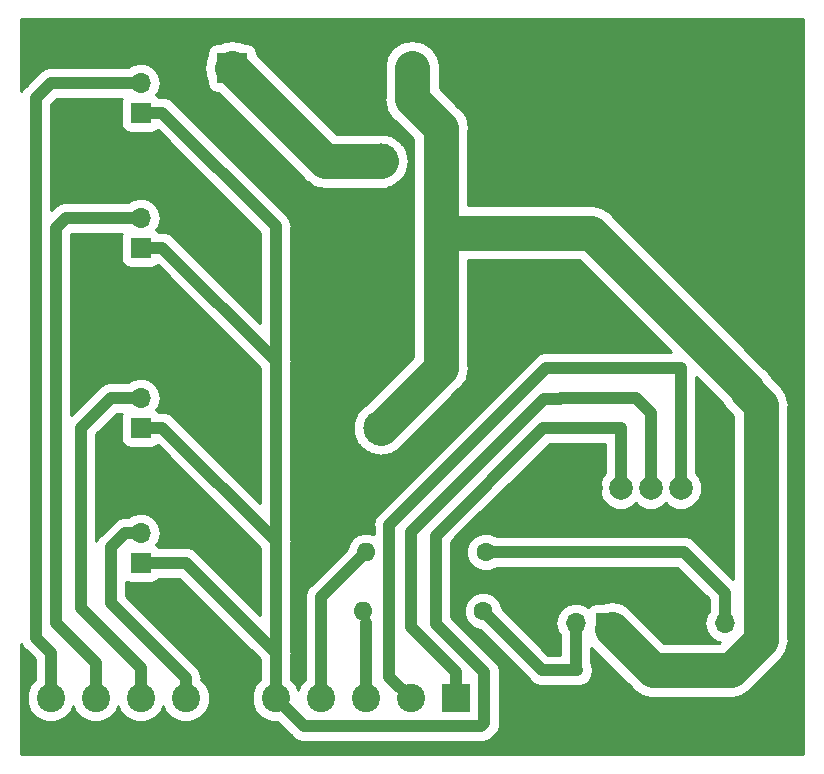
<source format=gbr>
G04 #@! TF.GenerationSoftware,KiCad,Pcbnew,(5.0.1)-4*
G04 #@! TF.CreationDate,2021-02-12T09:32:39+01:00*
G04 #@! TF.ProjectId,R_partiteur,52E97061727469746575722E6B696361,rev?*
G04 #@! TF.SameCoordinates,PX8e18f40PY848f8c0*
G04 #@! TF.FileFunction,Copper,L2,Bot,Signal*
G04 #@! TF.FilePolarity,Positive*
%FSLAX46Y46*%
G04 Gerber Fmt 4.6, Leading zero omitted, Abs format (unit mm)*
G04 Created by KiCad (PCBNEW (5.0.1)-4) date 12/02/2021 09:32:39*
%MOMM*%
%LPD*%
G01*
G04 APERTURE LIST*
G04 #@! TA.AperFunction,ComponentPad*
%ADD10O,1.700000X1.700000*%
G04 #@! TD*
G04 #@! TA.AperFunction,ComponentPad*
%ADD11R,1.700000X1.700000*%
G04 #@! TD*
G04 #@! TA.AperFunction,ComponentPad*
%ADD12R,2.500000X2.500000*%
G04 #@! TD*
G04 #@! TA.AperFunction,ComponentPad*
%ADD13C,2.500000*%
G04 #@! TD*
G04 #@! TA.AperFunction,ComponentPad*
%ADD14R,2.400000X2.400000*%
G04 #@! TD*
G04 #@! TA.AperFunction,ComponentPad*
%ADD15C,2.400000*%
G04 #@! TD*
G04 #@! TA.AperFunction,ComponentPad*
%ADD16C,2.000000*%
G04 #@! TD*
G04 #@! TA.AperFunction,ComponentPad*
%ADD17C,3.000000*%
G04 #@! TD*
G04 #@! TA.AperFunction,ComponentPad*
%ADD18C,1.600000*%
G04 #@! TD*
G04 #@! TA.AperFunction,ComponentPad*
%ADD19O,1.600000X1.600000*%
G04 #@! TD*
G04 #@! TA.AperFunction,ViaPad*
%ADD20C,3.000000*%
G04 #@! TD*
G04 #@! TA.AperFunction,ViaPad*
%ADD21C,4.000000*%
G04 #@! TD*
G04 #@! TA.AperFunction,Conductor*
%ADD22C,3.000000*%
G04 #@! TD*
G04 #@! TA.AperFunction,Conductor*
%ADD23C,1.000000*%
G04 #@! TD*
G04 #@! TA.AperFunction,Conductor*
%ADD24C,2.000000*%
G04 #@! TD*
G04 #@! TA.AperFunction,Conductor*
%ADD25C,0.254000*%
G04 #@! TD*
G04 APERTURE END LIST*
D10*
G04 #@! TO.P,J8,3*
G04 #@! TO.N,GND*
X57920000Y12000000D03*
G04 #@! TO.P,J8,2*
G04 #@! TO.N,Net-(J8-Pad2)*
X60460000Y12000000D03*
D11*
G04 #@! TO.P,J8,1*
G04 #@! TO.N,+12V*
X63000000Y12000000D03*
G04 #@! TD*
D12*
G04 #@! TO.P,J1,1*
G04 #@! TO.N,Net-(F1-Pad2)*
X18760000Y58990000D03*
D13*
G04 #@! TO.P,J1,2*
G04 #@! TO.N,GND*
X23840000Y58990000D03*
G04 #@! TO.P,J1,3*
X28920000Y58990000D03*
G04 #@! TO.P,J1,4*
G04 #@! TO.N,+12V*
X34000000Y58990000D03*
G04 #@! TD*
D14*
G04 #@! TO.P,J2,1*
G04 #@! TO.N,Net-(J2-Pad1)*
X37690000Y5650000D03*
D15*
G04 #@! TO.P,J2,2*
G04 #@! TO.N,Net-(J2-Pad2)*
X33880000Y5650000D03*
G04 #@! TO.P,J2,3*
G04 #@! TO.N,Net-(J2-Pad3)*
X30070000Y5650000D03*
G04 #@! TO.P,J2,4*
G04 #@! TO.N,Net-(J2-Pad4)*
X26260000Y5650000D03*
G04 #@! TO.P,J2,5*
G04 #@! TO.N,+5V*
X22450000Y5650000D03*
G04 #@! TO.P,J2,6*
G04 #@! TO.N,GND*
X18640000Y5650000D03*
G04 #@! TO.P,J2,7*
G04 #@! TO.N,Net-(J2-Pad7)*
X14830000Y5650000D03*
G04 #@! TO.P,J2,8*
G04 #@! TO.N,Net-(J2-Pad8)*
X11020000Y5650000D03*
G04 #@! TO.P,J2,9*
G04 #@! TO.N,Net-(J2-Pad9)*
X7210000Y5650000D03*
G04 #@! TO.P,J2,10*
G04 #@! TO.N,Net-(J2-Pad10)*
X3400000Y5650000D03*
G04 #@! TD*
D11*
G04 #@! TO.P,J3,1*
G04 #@! TO.N,+5V*
X11020000Y17080000D03*
D10*
G04 #@! TO.P,J3,2*
G04 #@! TO.N,Net-(J2-Pad7)*
X11020000Y19620000D03*
G04 #@! TO.P,J3,3*
G04 #@! TO.N,GND*
X11020000Y22160000D03*
G04 #@! TD*
G04 #@! TO.P,J4,3*
G04 #@! TO.N,GND*
X11020000Y33590000D03*
G04 #@! TO.P,J4,2*
G04 #@! TO.N,Net-(J2-Pad8)*
X11020000Y31050000D03*
D11*
G04 #@! TO.P,J4,1*
G04 #@! TO.N,+5V*
X11020000Y28510000D03*
G04 #@! TD*
G04 #@! TO.P,J5,1*
G04 #@! TO.N,+5V*
X11020000Y43750000D03*
D10*
G04 #@! TO.P,J5,2*
G04 #@! TO.N,Net-(J2-Pad9)*
X11020000Y46290000D03*
G04 #@! TO.P,J5,3*
G04 #@! TO.N,GND*
X11020000Y48830000D03*
G04 #@! TD*
G04 #@! TO.P,J6,3*
G04 #@! TO.N,GND*
X11020000Y60260000D03*
G04 #@! TO.P,J6,2*
G04 #@! TO.N,Net-(J2-Pad10)*
X11020000Y57720000D03*
D11*
G04 #@! TO.P,J6,1*
G04 #@! TO.N,+5V*
X11020000Y55180000D03*
G04 #@! TD*
G04 #@! TO.P,J7,1*
G04 #@! TO.N,+12V*
X50390000Y12000000D03*
D10*
G04 #@! TO.P,J7,2*
G04 #@! TO.N,Net-(J7-Pad2)*
X47850000Y12000000D03*
G04 #@! TO.P,J7,3*
G04 #@! TO.N,GND*
X45310000Y12000000D03*
G04 #@! TD*
D16*
G04 #@! TO.P,P1,4*
G04 #@! TO.N,Net-(J2-Pad2)*
X56740000Y23430000D03*
G04 #@! TO.P,P1,3*
G04 #@! TO.N,Net-(J2-Pad1)*
X54200000Y23430000D03*
G04 #@! TO.P,P1,2*
G04 #@! TO.N,+5V*
X51660000Y23430000D03*
G04 #@! TO.P,P1,1*
G04 #@! TO.N,GND*
X49120000Y23430000D03*
G04 #@! TD*
D17*
G04 #@! TO.P,F1,1*
G04 #@! TO.N,+12V*
X31340000Y28510000D03*
G04 #@! TO.P,F1,2*
G04 #@! TO.N,Net-(F1-Pad2)*
X31340000Y51110000D03*
G04 #@! TD*
D18*
G04 #@! TO.P,R1,1*
G04 #@! TO.N,Net-(J7-Pad2)*
X40000000Y13000000D03*
D19*
G04 #@! TO.P,R1,2*
G04 #@! TO.N,Net-(J2-Pad3)*
X29840000Y13000000D03*
G04 #@! TD*
G04 #@! TO.P,R2,2*
G04 #@! TO.N,Net-(J2-Pad4)*
X30070000Y18000000D03*
D18*
G04 #@! TO.P,R2,1*
G04 #@! TO.N,Net-(J8-Pad2)*
X40230000Y18000000D03*
G04 #@! TD*
D20*
G04 #@! TO.N,GND*
X19000000Y33000000D03*
X26000000Y33000000D03*
X15000000Y21000000D03*
X15000000Y13000000D03*
X19000000Y27000000D03*
X16000000Y36000000D03*
X16000000Y45000000D03*
X54000000Y4000000D03*
X54000000Y14000000D03*
X19000000Y18000000D03*
D21*
X9000000Y39000000D03*
X27000000Y23000000D03*
X63000000Y59000000D03*
X43000000Y59000000D03*
G04 #@! TD*
D22*
G04 #@! TO.N,+12V*
X34000000Y58990000D02*
X34000000Y56330000D01*
X34000000Y56330000D02*
X36420000Y53910000D01*
X36420000Y33590000D02*
X31340000Y28510000D01*
X49128390Y45020000D02*
X62330001Y31818389D01*
X36420000Y45020000D02*
X49128390Y45020000D01*
X36420000Y45020000D02*
X36420000Y33590000D01*
X36420000Y53910000D02*
X36420000Y45020000D01*
X62330001Y31818389D02*
X62330001Y31669999D01*
X63510001Y10535999D02*
X60974002Y8000000D01*
X62330001Y31669999D02*
X63510001Y30489999D01*
X63510001Y30489999D02*
X63510001Y10535999D01*
X54390000Y8000000D02*
X50900001Y11489999D01*
X60974002Y8000000D02*
X54390000Y8000000D01*
G04 #@! TO.N,Net-(F1-Pad2)*
X26640000Y51110000D02*
X31340000Y51110000D01*
X18760000Y58990000D02*
X26640000Y51110000D01*
G04 #@! TO.N,GND*
X23992604Y58990000D02*
X23916302Y59066302D01*
X28920000Y58990000D02*
X23992604Y58990000D01*
D23*
X45310000Y12000000D02*
X45310000Y13690000D01*
X47705787Y23430000D02*
X49120000Y23430000D01*
X38000000Y19000000D02*
X42430000Y23430000D01*
X42430000Y23430000D02*
X47705787Y23430000D01*
X38000000Y17269998D02*
X38000000Y19000000D01*
X39269999Y15999999D02*
X38000000Y17269998D01*
X43000001Y15999999D02*
X39269999Y15999999D01*
X45310000Y13690000D02*
X43000001Y15999999D01*
D24*
X52799990Y15200010D02*
X54000000Y14000000D01*
X47276008Y15200010D02*
X52799990Y15200010D01*
X45765998Y13690000D02*
X47276008Y15200010D01*
X45310000Y13690000D02*
X45765998Y13690000D01*
X57419999Y12500001D02*
X57909999Y12010001D01*
X55499999Y12500001D02*
X57419999Y12500001D01*
X54000000Y14000000D02*
X55499999Y12500001D01*
D23*
G04 #@! TO.N,Net-(J2-Pad1)*
X54200000Y29780000D02*
X54200000Y23430000D01*
X37690000Y5650000D02*
X37690000Y7850000D01*
X37690000Y7850000D02*
X33880000Y11660000D01*
X33880000Y11660000D02*
X33880000Y19688354D01*
X46580000Y31050000D02*
X52930000Y31050000D01*
X33880000Y19688354D02*
X45191646Y31000000D01*
X45191646Y31000000D02*
X46530000Y31000000D01*
X52930000Y31050000D02*
X54200000Y29780000D01*
X46530000Y31000000D02*
X46580000Y31050000D01*
G04 #@! TO.N,Net-(J2-Pad2)*
X56740000Y33590000D02*
X56740000Y23430000D01*
X45377469Y33590000D02*
X47000000Y33590000D01*
X32070001Y20282532D02*
X45377469Y33590000D01*
X32070001Y7459999D02*
X32070001Y20282532D01*
X33880000Y5650000D02*
X32070001Y7459999D01*
X46580000Y33590000D02*
X47000000Y33590000D01*
X47000000Y33590000D02*
X56740000Y33590000D01*
G04 #@! TO.N,Net-(J2-Pad3)*
X30070000Y5650000D02*
X30070000Y12000000D01*
G04 #@! TO.N,Net-(J2-Pad4)*
X26260000Y14190000D02*
X26260000Y5650000D01*
X30070000Y18000000D02*
X26260000Y14190000D01*
G04 #@! TO.N,+5V*
X22450000Y5650000D02*
X22450000Y9460000D01*
X14830000Y17080000D02*
X11020000Y17080000D01*
X22450000Y9460000D02*
X14830000Y17080000D01*
X22450000Y18930000D02*
X22450000Y9460000D01*
X12870000Y28510000D02*
X22450000Y18930000D01*
X11020000Y28510000D02*
X12870000Y28510000D01*
X12870000Y43750000D02*
X22450000Y34170000D01*
X11020000Y43750000D02*
X12870000Y43750000D01*
X22450000Y45600000D02*
X22450000Y32320000D01*
X12870000Y55180000D02*
X22450000Y45600000D01*
X11020000Y55180000D02*
X12870000Y55180000D01*
X22450000Y34170000D02*
X22450000Y32320000D01*
X22450000Y32320000D02*
X22450000Y18930000D01*
X39850001Y3249999D02*
X24850001Y3249999D01*
X40090001Y3489999D02*
X39850001Y3249999D01*
X51660000Y23430000D02*
X51660000Y28510000D01*
X51660000Y28510000D02*
X45105823Y28510000D01*
X36000000Y19404177D02*
X36000000Y11944176D01*
X24850001Y3249999D02*
X22450000Y5650000D01*
X36000000Y11944176D02*
X40090001Y7854175D01*
X45105823Y28510000D02*
X36000000Y19404177D01*
X40090001Y7854175D02*
X40090001Y3489999D01*
G04 #@! TO.N,Net-(J2-Pad7)*
X14830000Y7347056D02*
X8480000Y13697056D01*
X14830000Y5650000D02*
X14830000Y7347056D01*
X9699998Y19620000D02*
X11020000Y19620000D01*
X8480000Y18400002D02*
X9699998Y19620000D01*
X8480000Y13697056D02*
X8480000Y18400002D01*
G04 #@! TO.N,Net-(J2-Pad8)*
X8480000Y31050000D02*
X11020000Y31050000D01*
X5940000Y28510000D02*
X8480000Y31050000D01*
X5940000Y13270000D02*
X5940000Y28510000D01*
X11020000Y5650000D02*
X11020000Y8190000D01*
X11020000Y8190000D02*
X5940000Y13270000D01*
G04 #@! TO.N,Net-(J2-Pad9)*
X7210000Y5650000D02*
X7210000Y8620010D01*
X7210000Y8620010D02*
X3830010Y12000000D01*
X3830010Y12000000D02*
X3830010Y45450010D01*
X4670000Y46290000D02*
X11020000Y46290000D01*
X3830010Y45450010D02*
X4670000Y46290000D01*
G04 #@! TO.N,Net-(J2-Pad10)*
X3400000Y5650000D02*
X3400000Y9460000D01*
X3400000Y9460000D02*
X2130000Y10730000D01*
X2130000Y10730000D02*
X2130000Y56450000D01*
X3400000Y57720000D02*
X11020000Y57720000D01*
X2130000Y56450000D02*
X3400000Y57720000D01*
G04 #@! TO.N,Net-(J7-Pad2)*
X40000000Y13000000D02*
X45000000Y8000000D01*
X45000000Y8000000D02*
X48000000Y8000000D01*
X47850000Y8150000D02*
X47850000Y12000000D01*
X48000000Y8000000D02*
X47850000Y8150000D01*
G04 #@! TO.N,Net-(J8-Pad2)*
X40230000Y18000000D02*
X57000000Y18000000D01*
X60460000Y14540000D02*
X60460000Y12000000D01*
X57000000Y18000000D02*
X60460000Y14540000D01*
G04 #@! TD*
D25*
G04 #@! TO.N,GND*
G36*
X67098001Y902000D02*
X902000Y902000D01*
X902000Y10179297D01*
X1173287Y9773288D01*
X1284085Y9699254D01*
X2073001Y8910338D01*
X2073000Y7189610D01*
X1681593Y6798203D01*
X1373000Y6053195D01*
X1373000Y5246805D01*
X1681593Y4501797D01*
X2251797Y3931593D01*
X2996805Y3623000D01*
X3803195Y3623000D01*
X4548203Y3931593D01*
X5118407Y4501797D01*
X5305000Y4952272D01*
X5491593Y4501797D01*
X6061797Y3931593D01*
X6806805Y3623000D01*
X7613195Y3623000D01*
X8358203Y3931593D01*
X8928407Y4501797D01*
X9115000Y4952272D01*
X9301593Y4501797D01*
X9871797Y3931593D01*
X10616805Y3623000D01*
X11423195Y3623000D01*
X12168203Y3931593D01*
X12738407Y4501797D01*
X12925000Y4952272D01*
X13111593Y4501797D01*
X13681797Y3931593D01*
X14426805Y3623000D01*
X15233195Y3623000D01*
X15978203Y3931593D01*
X16548407Y4501797D01*
X16857000Y5246805D01*
X16857000Y6053195D01*
X16548407Y6798203D01*
X16157000Y7189610D01*
X16157000Y7216365D01*
X16182996Y7347057D01*
X16157000Y7477749D01*
X16157000Y7477752D01*
X16080006Y7864826D01*
X15786713Y8303769D01*
X15675915Y8377802D01*
X9807000Y14246716D01*
X9807000Y15477926D01*
X9847321Y15450984D01*
X10170000Y15386799D01*
X11870000Y15386799D01*
X12192679Y15450984D01*
X12466233Y15633767D01*
X12545902Y15753000D01*
X14280340Y15753000D01*
X21123001Y8910338D01*
X21123000Y7189610D01*
X20731593Y6798203D01*
X20423000Y6053195D01*
X20423000Y5246805D01*
X20731593Y4501797D01*
X21301797Y3931593D01*
X22046805Y3623000D01*
X22600340Y3623000D01*
X23819255Y2404084D01*
X23893288Y2293286D01*
X24332231Y1999993D01*
X24719305Y1922999D01*
X24719309Y1922999D01*
X24850001Y1897003D01*
X24980693Y1922999D01*
X39719309Y1922999D01*
X39850001Y1897003D01*
X39980693Y1922999D01*
X39980697Y1922999D01*
X40367771Y1999993D01*
X40806714Y2293286D01*
X40880749Y2404087D01*
X40935913Y2459251D01*
X41046714Y2533286D01*
X41340007Y2972229D01*
X41417001Y3359303D01*
X41417001Y3359307D01*
X41442997Y3489998D01*
X41417001Y3620690D01*
X41417001Y7723483D01*
X41442997Y7854175D01*
X41417001Y7984867D01*
X41417001Y7984871D01*
X41340007Y8371945D01*
X41189588Y8597062D01*
X41120747Y8700090D01*
X41120745Y8700092D01*
X41046713Y8810888D01*
X40935918Y8884919D01*
X37327000Y12493836D01*
X37327000Y18854517D01*
X45655484Y27183000D01*
X50333001Y27183000D01*
X50333000Y24686768D01*
X50111144Y24464912D01*
X49833000Y23793413D01*
X49833000Y23066587D01*
X50111144Y22395088D01*
X50625088Y21881144D01*
X51296587Y21603000D01*
X52023413Y21603000D01*
X52694912Y21881144D01*
X52930000Y22116232D01*
X53165088Y21881144D01*
X53836587Y21603000D01*
X54563413Y21603000D01*
X55234912Y21881144D01*
X55470000Y22116232D01*
X55705088Y21881144D01*
X56376587Y21603000D01*
X57103413Y21603000D01*
X57774912Y21881144D01*
X58288856Y22395088D01*
X58567000Y23066587D01*
X58567000Y23793413D01*
X58288856Y24464912D01*
X58067000Y24686768D01*
X58067000Y32790515D01*
X60223697Y30633818D01*
X60652328Y29992326D01*
X60846624Y29862502D01*
X61183001Y29526125D01*
X61183002Y15693659D01*
X58030748Y18845912D01*
X57956713Y18956713D01*
X57517770Y19250006D01*
X57130696Y19327000D01*
X57130692Y19327000D01*
X57000000Y19352996D01*
X56869308Y19327000D01*
X41203926Y19327000D01*
X41151622Y19379304D01*
X40553630Y19627000D01*
X39906370Y19627000D01*
X39308378Y19379304D01*
X38850696Y18921622D01*
X38603000Y18323630D01*
X38603000Y17676370D01*
X38850696Y17078378D01*
X39308378Y16620696D01*
X39906370Y16373000D01*
X40553630Y16373000D01*
X41151622Y16620696D01*
X41203926Y16673000D01*
X56450340Y16673000D01*
X59133000Y13990339D01*
X59133001Y13032524D01*
X58880301Y12654333D01*
X58750146Y12000000D01*
X58880301Y11345667D01*
X59250951Y10790951D01*
X59805667Y10420301D01*
X60054027Y10370899D01*
X60010128Y10327000D01*
X55353875Y10327000D01*
X52383379Y13297495D01*
X51807950Y13681984D01*
X50900001Y13862586D01*
X50048444Y13693201D01*
X49540000Y13693201D01*
X49217321Y13629016D01*
X48943767Y13446233D01*
X48869785Y13335511D01*
X48504333Y13579699D01*
X48015168Y13677000D01*
X47684832Y13677000D01*
X47195667Y13579699D01*
X46640951Y13209049D01*
X46270301Y12654333D01*
X46140146Y12000000D01*
X46270301Y11345667D01*
X46523001Y10967476D01*
X46523000Y9327000D01*
X45549661Y9327000D01*
X41627000Y13249660D01*
X41627000Y13323630D01*
X41379304Y13921622D01*
X40921622Y14379304D01*
X40323630Y14627000D01*
X39676370Y14627000D01*
X39078378Y14379304D01*
X38620696Y13921622D01*
X38373000Y13323630D01*
X38373000Y12676370D01*
X38620696Y12078378D01*
X39078378Y11620696D01*
X39676370Y11373000D01*
X39750340Y11373000D01*
X43969254Y7154085D01*
X44043287Y7043287D01*
X44482230Y6749994D01*
X44869304Y6673000D01*
X44869308Y6673000D01*
X45000000Y6647004D01*
X45130692Y6673000D01*
X47869308Y6673000D01*
X47999999Y6647004D01*
X48130691Y6673000D01*
X48130696Y6673000D01*
X48517770Y6749994D01*
X48956713Y7043287D01*
X49250006Y7482230D01*
X49352997Y8000000D01*
X49250006Y8517770D01*
X49177000Y8627031D01*
X49177000Y9922126D01*
X52582504Y6516621D01*
X52712327Y6322327D01*
X53482050Y5808015D01*
X54160814Y5673000D01*
X54160818Y5673000D01*
X54390000Y5627413D01*
X54619182Y5673000D01*
X60744820Y5673000D01*
X60974002Y5627413D01*
X61203184Y5673000D01*
X61203188Y5673000D01*
X61881952Y5808015D01*
X62651675Y6322327D01*
X62781500Y6516624D01*
X64993380Y8728503D01*
X65187674Y8858326D01*
X65701986Y9628049D01*
X65837001Y10306813D01*
X65837001Y10306818D01*
X65882588Y10535998D01*
X65837001Y10765179D01*
X65837001Y30260818D01*
X65882588Y30490000D01*
X65837001Y30719184D01*
X65837001Y30719185D01*
X65701986Y31397949D01*
X65187674Y32167672D01*
X64993378Y32297496D01*
X64436307Y32854567D01*
X64007674Y33496062D01*
X63813380Y33625884D01*
X50935888Y46503376D01*
X50806063Y46697673D01*
X50036340Y47211985D01*
X49357576Y47347000D01*
X49357572Y47347000D01*
X49128390Y47392587D01*
X48899208Y47347000D01*
X38747000Y47347000D01*
X38747000Y53680815D01*
X38792588Y53910000D01*
X38611985Y54817950D01*
X38227496Y55393379D01*
X38097673Y55587673D01*
X37903379Y55717496D01*
X36327000Y57293874D01*
X36327000Y59219186D01*
X36191985Y59897950D01*
X35677673Y60667673D01*
X34907949Y61181985D01*
X34000000Y61362588D01*
X33092050Y61181985D01*
X32322327Y60667673D01*
X31808015Y59897949D01*
X31673000Y59219185D01*
X31673000Y56559182D01*
X31627413Y56330000D01*
X31673000Y56100818D01*
X31673000Y56100814D01*
X31808015Y55422050D01*
X32322328Y54652327D01*
X32516622Y54522504D01*
X34093000Y52946125D01*
X34093001Y45249190D01*
X34047412Y45020000D01*
X34093000Y44790814D01*
X34093001Y34553876D01*
X30021863Y30482737D01*
X30021860Y30482736D01*
X29367264Y29828140D01*
X29277835Y29612238D01*
X29148015Y29417949D01*
X29102428Y29188768D01*
X29013000Y28972869D01*
X29013000Y28739182D01*
X28967413Y28510000D01*
X29013000Y28280818D01*
X29013000Y28047131D01*
X29102428Y27831232D01*
X29148015Y27602051D01*
X29277835Y27407761D01*
X29367264Y27191860D01*
X29532507Y27026617D01*
X29662327Y26832327D01*
X29856617Y26702507D01*
X30021860Y26537264D01*
X30237761Y26447835D01*
X30432051Y26318015D01*
X30661232Y26272428D01*
X30877131Y26183000D01*
X31110818Y26183000D01*
X31340000Y26137413D01*
X31569182Y26183000D01*
X31802869Y26183000D01*
X32018768Y26272428D01*
X32247949Y26318015D01*
X32442238Y26447835D01*
X32658140Y26537264D01*
X33312736Y27191860D01*
X33312737Y27191863D01*
X37903379Y31782504D01*
X38097673Y31912327D01*
X38611985Y32682050D01*
X38747000Y33360814D01*
X38747000Y33360818D01*
X38792587Y33590000D01*
X38747000Y33819182D01*
X38747000Y42693000D01*
X48164516Y42693000D01*
X55940515Y34917000D01*
X45508161Y34917000D01*
X45377469Y34942996D01*
X45246777Y34917000D01*
X45246773Y34917000D01*
X44859699Y34840006D01*
X44420756Y34546713D01*
X44346723Y34435915D01*
X31224087Y21313278D01*
X31113289Y21239245D01*
X31039256Y21128447D01*
X31039255Y21128446D01*
X30819995Y20800301D01*
X30717005Y20282532D01*
X30743002Y20151836D01*
X30743002Y19507090D01*
X30704824Y19532600D01*
X30230242Y19627000D01*
X29909758Y19627000D01*
X29435176Y19532600D01*
X28896999Y19173001D01*
X28537400Y18634824D01*
X28465203Y18271864D01*
X25414086Y15220746D01*
X25303287Y15146712D01*
X25009994Y14707769D01*
X24933000Y14320695D01*
X24933000Y14320692D01*
X24907004Y14190000D01*
X24933000Y14059308D01*
X24933001Y7189611D01*
X24541593Y6798203D01*
X24355000Y6347728D01*
X24168407Y6798203D01*
X23777000Y7189610D01*
X23777000Y9329309D01*
X23802996Y9460001D01*
X23777000Y9590693D01*
X23777000Y18799308D01*
X23802996Y18930000D01*
X23777000Y19060692D01*
X23777000Y34039308D01*
X23802996Y34170000D01*
X23777000Y34300692D01*
X23777000Y45469308D01*
X23802996Y45600000D01*
X23777000Y45730692D01*
X23777000Y45730696D01*
X23700006Y46117770D01*
X23506933Y46406723D01*
X23480746Y46445915D01*
X23480744Y46445917D01*
X23406712Y46556713D01*
X23295917Y46630744D01*
X13900748Y56025912D01*
X13826713Y56136713D01*
X13387770Y56430006D01*
X13000696Y56507000D01*
X13000692Y56507000D01*
X12870000Y56532996D01*
X12739308Y56507000D01*
X12545902Y56507000D01*
X12466233Y56626233D01*
X12355511Y56700215D01*
X12599699Y57065667D01*
X12729854Y57720000D01*
X12599699Y58374333D01*
X12229049Y58929049D01*
X12137830Y58990000D01*
X16387413Y58990000D01*
X16568015Y58082051D01*
X16666799Y57934210D01*
X16666799Y57740000D01*
X16730984Y57417321D01*
X16913767Y57143767D01*
X17187321Y56960984D01*
X17510000Y56896799D01*
X17562327Y56896799D01*
X24832504Y49626621D01*
X24962327Y49432327D01*
X25156621Y49302504D01*
X25732050Y48918015D01*
X26640000Y48737412D01*
X26869185Y48783000D01*
X31802869Y48783000D01*
X32018766Y48872427D01*
X32247950Y48918015D01*
X32442241Y49047836D01*
X32658140Y49137264D01*
X32823382Y49302506D01*
X33017673Y49432327D01*
X33147494Y49626618D01*
X33312736Y49791860D01*
X33402164Y50007759D01*
X33531985Y50202050D01*
X33577573Y50431234D01*
X33667000Y50647131D01*
X33667000Y50880814D01*
X33712588Y51110000D01*
X33667000Y51339186D01*
X33667000Y51572869D01*
X33577573Y51788766D01*
X33531985Y52017950D01*
X33402164Y52212241D01*
X33312736Y52428140D01*
X33147494Y52593382D01*
X33017673Y52787673D01*
X32823382Y52917494D01*
X32658140Y53082736D01*
X32442241Y53172164D01*
X32247950Y53301985D01*
X32018766Y53347573D01*
X31802869Y53437000D01*
X27603875Y53437000D01*
X20853201Y60187673D01*
X20853201Y60240000D01*
X20789016Y60562679D01*
X20606233Y60836233D01*
X20332679Y61019016D01*
X20010000Y61083201D01*
X19815790Y61083201D01*
X19667949Y61181985D01*
X18760000Y61362587D01*
X17852051Y61181985D01*
X17704210Y61083201D01*
X17510000Y61083201D01*
X17187321Y61019016D01*
X16913767Y60836233D01*
X16730984Y60562679D01*
X16666799Y60240000D01*
X16666799Y60045790D01*
X16568015Y59897949D01*
X16387413Y58990000D01*
X12137830Y58990000D01*
X11674333Y59299699D01*
X11185168Y59397000D01*
X10854832Y59397000D01*
X10365667Y59299699D01*
X9987477Y59047000D01*
X3530691Y59047000D01*
X3399999Y59072996D01*
X3269307Y59047000D01*
X3269304Y59047000D01*
X2882230Y58970006D01*
X2443287Y58676713D01*
X2369254Y58565915D01*
X1284086Y57480746D01*
X1173288Y57406713D01*
X1099255Y57295915D01*
X1099254Y57295914D01*
X902000Y57000703D01*
X902000Y63098000D01*
X67098000Y63098000D01*
X67098001Y902000D01*
X67098001Y902000D01*
G37*
X67098001Y902000D02*
X902000Y902000D01*
X902000Y10179297D01*
X1173287Y9773288D01*
X1284085Y9699254D01*
X2073001Y8910338D01*
X2073000Y7189610D01*
X1681593Y6798203D01*
X1373000Y6053195D01*
X1373000Y5246805D01*
X1681593Y4501797D01*
X2251797Y3931593D01*
X2996805Y3623000D01*
X3803195Y3623000D01*
X4548203Y3931593D01*
X5118407Y4501797D01*
X5305000Y4952272D01*
X5491593Y4501797D01*
X6061797Y3931593D01*
X6806805Y3623000D01*
X7613195Y3623000D01*
X8358203Y3931593D01*
X8928407Y4501797D01*
X9115000Y4952272D01*
X9301593Y4501797D01*
X9871797Y3931593D01*
X10616805Y3623000D01*
X11423195Y3623000D01*
X12168203Y3931593D01*
X12738407Y4501797D01*
X12925000Y4952272D01*
X13111593Y4501797D01*
X13681797Y3931593D01*
X14426805Y3623000D01*
X15233195Y3623000D01*
X15978203Y3931593D01*
X16548407Y4501797D01*
X16857000Y5246805D01*
X16857000Y6053195D01*
X16548407Y6798203D01*
X16157000Y7189610D01*
X16157000Y7216365D01*
X16182996Y7347057D01*
X16157000Y7477749D01*
X16157000Y7477752D01*
X16080006Y7864826D01*
X15786713Y8303769D01*
X15675915Y8377802D01*
X9807000Y14246716D01*
X9807000Y15477926D01*
X9847321Y15450984D01*
X10170000Y15386799D01*
X11870000Y15386799D01*
X12192679Y15450984D01*
X12466233Y15633767D01*
X12545902Y15753000D01*
X14280340Y15753000D01*
X21123001Y8910338D01*
X21123000Y7189610D01*
X20731593Y6798203D01*
X20423000Y6053195D01*
X20423000Y5246805D01*
X20731593Y4501797D01*
X21301797Y3931593D01*
X22046805Y3623000D01*
X22600340Y3623000D01*
X23819255Y2404084D01*
X23893288Y2293286D01*
X24332231Y1999993D01*
X24719305Y1922999D01*
X24719309Y1922999D01*
X24850001Y1897003D01*
X24980693Y1922999D01*
X39719309Y1922999D01*
X39850001Y1897003D01*
X39980693Y1922999D01*
X39980697Y1922999D01*
X40367771Y1999993D01*
X40806714Y2293286D01*
X40880749Y2404087D01*
X40935913Y2459251D01*
X41046714Y2533286D01*
X41340007Y2972229D01*
X41417001Y3359303D01*
X41417001Y3359307D01*
X41442997Y3489998D01*
X41417001Y3620690D01*
X41417001Y7723483D01*
X41442997Y7854175D01*
X41417001Y7984867D01*
X41417001Y7984871D01*
X41340007Y8371945D01*
X41189588Y8597062D01*
X41120747Y8700090D01*
X41120745Y8700092D01*
X41046713Y8810888D01*
X40935918Y8884919D01*
X37327000Y12493836D01*
X37327000Y18854517D01*
X45655484Y27183000D01*
X50333001Y27183000D01*
X50333000Y24686768D01*
X50111144Y24464912D01*
X49833000Y23793413D01*
X49833000Y23066587D01*
X50111144Y22395088D01*
X50625088Y21881144D01*
X51296587Y21603000D01*
X52023413Y21603000D01*
X52694912Y21881144D01*
X52930000Y22116232D01*
X53165088Y21881144D01*
X53836587Y21603000D01*
X54563413Y21603000D01*
X55234912Y21881144D01*
X55470000Y22116232D01*
X55705088Y21881144D01*
X56376587Y21603000D01*
X57103413Y21603000D01*
X57774912Y21881144D01*
X58288856Y22395088D01*
X58567000Y23066587D01*
X58567000Y23793413D01*
X58288856Y24464912D01*
X58067000Y24686768D01*
X58067000Y32790515D01*
X60223697Y30633818D01*
X60652328Y29992326D01*
X60846624Y29862502D01*
X61183001Y29526125D01*
X61183002Y15693659D01*
X58030748Y18845912D01*
X57956713Y18956713D01*
X57517770Y19250006D01*
X57130696Y19327000D01*
X57130692Y19327000D01*
X57000000Y19352996D01*
X56869308Y19327000D01*
X41203926Y19327000D01*
X41151622Y19379304D01*
X40553630Y19627000D01*
X39906370Y19627000D01*
X39308378Y19379304D01*
X38850696Y18921622D01*
X38603000Y18323630D01*
X38603000Y17676370D01*
X38850696Y17078378D01*
X39308378Y16620696D01*
X39906370Y16373000D01*
X40553630Y16373000D01*
X41151622Y16620696D01*
X41203926Y16673000D01*
X56450340Y16673000D01*
X59133000Y13990339D01*
X59133001Y13032524D01*
X58880301Y12654333D01*
X58750146Y12000000D01*
X58880301Y11345667D01*
X59250951Y10790951D01*
X59805667Y10420301D01*
X60054027Y10370899D01*
X60010128Y10327000D01*
X55353875Y10327000D01*
X52383379Y13297495D01*
X51807950Y13681984D01*
X50900001Y13862586D01*
X50048444Y13693201D01*
X49540000Y13693201D01*
X49217321Y13629016D01*
X48943767Y13446233D01*
X48869785Y13335511D01*
X48504333Y13579699D01*
X48015168Y13677000D01*
X47684832Y13677000D01*
X47195667Y13579699D01*
X46640951Y13209049D01*
X46270301Y12654333D01*
X46140146Y12000000D01*
X46270301Y11345667D01*
X46523001Y10967476D01*
X46523000Y9327000D01*
X45549661Y9327000D01*
X41627000Y13249660D01*
X41627000Y13323630D01*
X41379304Y13921622D01*
X40921622Y14379304D01*
X40323630Y14627000D01*
X39676370Y14627000D01*
X39078378Y14379304D01*
X38620696Y13921622D01*
X38373000Y13323630D01*
X38373000Y12676370D01*
X38620696Y12078378D01*
X39078378Y11620696D01*
X39676370Y11373000D01*
X39750340Y11373000D01*
X43969254Y7154085D01*
X44043287Y7043287D01*
X44482230Y6749994D01*
X44869304Y6673000D01*
X44869308Y6673000D01*
X45000000Y6647004D01*
X45130692Y6673000D01*
X47869308Y6673000D01*
X47999999Y6647004D01*
X48130691Y6673000D01*
X48130696Y6673000D01*
X48517770Y6749994D01*
X48956713Y7043287D01*
X49250006Y7482230D01*
X49352997Y8000000D01*
X49250006Y8517770D01*
X49177000Y8627031D01*
X49177000Y9922126D01*
X52582504Y6516621D01*
X52712327Y6322327D01*
X53482050Y5808015D01*
X54160814Y5673000D01*
X54160818Y5673000D01*
X54390000Y5627413D01*
X54619182Y5673000D01*
X60744820Y5673000D01*
X60974002Y5627413D01*
X61203184Y5673000D01*
X61203188Y5673000D01*
X61881952Y5808015D01*
X62651675Y6322327D01*
X62781500Y6516624D01*
X64993380Y8728503D01*
X65187674Y8858326D01*
X65701986Y9628049D01*
X65837001Y10306813D01*
X65837001Y10306818D01*
X65882588Y10535998D01*
X65837001Y10765179D01*
X65837001Y30260818D01*
X65882588Y30490000D01*
X65837001Y30719184D01*
X65837001Y30719185D01*
X65701986Y31397949D01*
X65187674Y32167672D01*
X64993378Y32297496D01*
X64436307Y32854567D01*
X64007674Y33496062D01*
X63813380Y33625884D01*
X50935888Y46503376D01*
X50806063Y46697673D01*
X50036340Y47211985D01*
X49357576Y47347000D01*
X49357572Y47347000D01*
X49128390Y47392587D01*
X48899208Y47347000D01*
X38747000Y47347000D01*
X38747000Y53680815D01*
X38792588Y53910000D01*
X38611985Y54817950D01*
X38227496Y55393379D01*
X38097673Y55587673D01*
X37903379Y55717496D01*
X36327000Y57293874D01*
X36327000Y59219186D01*
X36191985Y59897950D01*
X35677673Y60667673D01*
X34907949Y61181985D01*
X34000000Y61362588D01*
X33092050Y61181985D01*
X32322327Y60667673D01*
X31808015Y59897949D01*
X31673000Y59219185D01*
X31673000Y56559182D01*
X31627413Y56330000D01*
X31673000Y56100818D01*
X31673000Y56100814D01*
X31808015Y55422050D01*
X32322328Y54652327D01*
X32516622Y54522504D01*
X34093000Y52946125D01*
X34093001Y45249190D01*
X34047412Y45020000D01*
X34093000Y44790814D01*
X34093001Y34553876D01*
X30021863Y30482737D01*
X30021860Y30482736D01*
X29367264Y29828140D01*
X29277835Y29612238D01*
X29148015Y29417949D01*
X29102428Y29188768D01*
X29013000Y28972869D01*
X29013000Y28739182D01*
X28967413Y28510000D01*
X29013000Y28280818D01*
X29013000Y28047131D01*
X29102428Y27831232D01*
X29148015Y27602051D01*
X29277835Y27407761D01*
X29367264Y27191860D01*
X29532507Y27026617D01*
X29662327Y26832327D01*
X29856617Y26702507D01*
X30021860Y26537264D01*
X30237761Y26447835D01*
X30432051Y26318015D01*
X30661232Y26272428D01*
X30877131Y26183000D01*
X31110818Y26183000D01*
X31340000Y26137413D01*
X31569182Y26183000D01*
X31802869Y26183000D01*
X32018768Y26272428D01*
X32247949Y26318015D01*
X32442238Y26447835D01*
X32658140Y26537264D01*
X33312736Y27191860D01*
X33312737Y27191863D01*
X37903379Y31782504D01*
X38097673Y31912327D01*
X38611985Y32682050D01*
X38747000Y33360814D01*
X38747000Y33360818D01*
X38792587Y33590000D01*
X38747000Y33819182D01*
X38747000Y42693000D01*
X48164516Y42693000D01*
X55940515Y34917000D01*
X45508161Y34917000D01*
X45377469Y34942996D01*
X45246777Y34917000D01*
X45246773Y34917000D01*
X44859699Y34840006D01*
X44420756Y34546713D01*
X44346723Y34435915D01*
X31224087Y21313278D01*
X31113289Y21239245D01*
X31039256Y21128447D01*
X31039255Y21128446D01*
X30819995Y20800301D01*
X30717005Y20282532D01*
X30743002Y20151836D01*
X30743002Y19507090D01*
X30704824Y19532600D01*
X30230242Y19627000D01*
X29909758Y19627000D01*
X29435176Y19532600D01*
X28896999Y19173001D01*
X28537400Y18634824D01*
X28465203Y18271864D01*
X25414086Y15220746D01*
X25303287Y15146712D01*
X25009994Y14707769D01*
X24933000Y14320695D01*
X24933000Y14320692D01*
X24907004Y14190000D01*
X24933000Y14059308D01*
X24933001Y7189611D01*
X24541593Y6798203D01*
X24355000Y6347728D01*
X24168407Y6798203D01*
X23777000Y7189610D01*
X23777000Y9329309D01*
X23802996Y9460001D01*
X23777000Y9590693D01*
X23777000Y18799308D01*
X23802996Y18930000D01*
X23777000Y19060692D01*
X23777000Y34039308D01*
X23802996Y34170000D01*
X23777000Y34300692D01*
X23777000Y45469308D01*
X23802996Y45600000D01*
X23777000Y45730692D01*
X23777000Y45730696D01*
X23700006Y46117770D01*
X23506933Y46406723D01*
X23480746Y46445915D01*
X23480744Y46445917D01*
X23406712Y46556713D01*
X23295917Y46630744D01*
X13900748Y56025912D01*
X13826713Y56136713D01*
X13387770Y56430006D01*
X13000696Y56507000D01*
X13000692Y56507000D01*
X12870000Y56532996D01*
X12739308Y56507000D01*
X12545902Y56507000D01*
X12466233Y56626233D01*
X12355511Y56700215D01*
X12599699Y57065667D01*
X12729854Y57720000D01*
X12599699Y58374333D01*
X12229049Y58929049D01*
X12137830Y58990000D01*
X16387413Y58990000D01*
X16568015Y58082051D01*
X16666799Y57934210D01*
X16666799Y57740000D01*
X16730984Y57417321D01*
X16913767Y57143767D01*
X17187321Y56960984D01*
X17510000Y56896799D01*
X17562327Y56896799D01*
X24832504Y49626621D01*
X24962327Y49432327D01*
X25156621Y49302504D01*
X25732050Y48918015D01*
X26640000Y48737412D01*
X26869185Y48783000D01*
X31802869Y48783000D01*
X32018766Y48872427D01*
X32247950Y48918015D01*
X32442241Y49047836D01*
X32658140Y49137264D01*
X32823382Y49302506D01*
X33017673Y49432327D01*
X33147494Y49626618D01*
X33312736Y49791860D01*
X33402164Y50007759D01*
X33531985Y50202050D01*
X33577573Y50431234D01*
X33667000Y50647131D01*
X33667000Y50880814D01*
X33712588Y51110000D01*
X33667000Y51339186D01*
X33667000Y51572869D01*
X33577573Y51788766D01*
X33531985Y52017950D01*
X33402164Y52212241D01*
X33312736Y52428140D01*
X33147494Y52593382D01*
X33017673Y52787673D01*
X32823382Y52917494D01*
X32658140Y53082736D01*
X32442241Y53172164D01*
X32247950Y53301985D01*
X32018766Y53347573D01*
X31802869Y53437000D01*
X27603875Y53437000D01*
X20853201Y60187673D01*
X20853201Y60240000D01*
X20789016Y60562679D01*
X20606233Y60836233D01*
X20332679Y61019016D01*
X20010000Y61083201D01*
X19815790Y61083201D01*
X19667949Y61181985D01*
X18760000Y61362587D01*
X17852051Y61181985D01*
X17704210Y61083201D01*
X17510000Y61083201D01*
X17187321Y61019016D01*
X16913767Y60836233D01*
X16730984Y60562679D01*
X16666799Y60240000D01*
X16666799Y60045790D01*
X16568015Y59897949D01*
X16387413Y58990000D01*
X12137830Y58990000D01*
X11674333Y59299699D01*
X11185168Y59397000D01*
X10854832Y59397000D01*
X10365667Y59299699D01*
X9987477Y59047000D01*
X3530691Y59047000D01*
X3399999Y59072996D01*
X3269307Y59047000D01*
X3269304Y59047000D01*
X2882230Y58970006D01*
X2443287Y58676713D01*
X2369254Y58565915D01*
X1284086Y57480746D01*
X1173288Y57406713D01*
X1099255Y57295915D01*
X1099254Y57295914D01*
X902000Y57000703D01*
X902000Y63098000D01*
X67098000Y63098000D01*
X67098001Y902000D01*
G36*
X9390984Y29682679D02*
X9326799Y29360000D01*
X9326799Y27660000D01*
X9390984Y27337321D01*
X9573767Y27063767D01*
X9847321Y26880984D01*
X10170000Y26816799D01*
X11870000Y26816799D01*
X12192679Y26880984D01*
X12450251Y27053088D01*
X21123000Y18380339D01*
X21123001Y12663660D01*
X15860748Y17925912D01*
X15786713Y18036713D01*
X15347770Y18330006D01*
X14960696Y18407000D01*
X14960692Y18407000D01*
X14830000Y18432996D01*
X14699308Y18407000D01*
X12545902Y18407000D01*
X12466233Y18526233D01*
X12355511Y18600215D01*
X12599699Y18965667D01*
X12729854Y19620000D01*
X12599699Y20274333D01*
X12229049Y20829049D01*
X11674333Y21199699D01*
X11185168Y21297000D01*
X10854832Y21297000D01*
X10365667Y21199699D01*
X9987477Y20947000D01*
X9830690Y20947000D01*
X9699998Y20972996D01*
X9569306Y20947000D01*
X9569302Y20947000D01*
X9182228Y20870006D01*
X8743285Y20576713D01*
X8669252Y20465915D01*
X7634086Y19430748D01*
X7523288Y19356715D01*
X7449255Y19245917D01*
X7449254Y19245916D01*
X7267000Y18973154D01*
X7267000Y27960340D01*
X9029661Y29723000D01*
X9417926Y29723000D01*
X9390984Y29682679D01*
X9390984Y29682679D01*
G37*
X9390984Y29682679D02*
X9326799Y29360000D01*
X9326799Y27660000D01*
X9390984Y27337321D01*
X9573767Y27063767D01*
X9847321Y26880984D01*
X10170000Y26816799D01*
X11870000Y26816799D01*
X12192679Y26880984D01*
X12450251Y27053088D01*
X21123000Y18380339D01*
X21123001Y12663660D01*
X15860748Y17925912D01*
X15786713Y18036713D01*
X15347770Y18330006D01*
X14960696Y18407000D01*
X14960692Y18407000D01*
X14830000Y18432996D01*
X14699308Y18407000D01*
X12545902Y18407000D01*
X12466233Y18526233D01*
X12355511Y18600215D01*
X12599699Y18965667D01*
X12729854Y19620000D01*
X12599699Y20274333D01*
X12229049Y20829049D01*
X11674333Y21199699D01*
X11185168Y21297000D01*
X10854832Y21297000D01*
X10365667Y21199699D01*
X9987477Y20947000D01*
X9830690Y20947000D01*
X9699998Y20972996D01*
X9569306Y20947000D01*
X9569302Y20947000D01*
X9182228Y20870006D01*
X8743285Y20576713D01*
X8669252Y20465915D01*
X7634086Y19430748D01*
X7523288Y19356715D01*
X7449255Y19245917D01*
X7449254Y19245916D01*
X7267000Y18973154D01*
X7267000Y27960340D01*
X9029661Y29723000D01*
X9417926Y29723000D01*
X9390984Y29682679D01*
G36*
X9390984Y44922679D02*
X9326799Y44600000D01*
X9326799Y42900000D01*
X9390984Y42577321D01*
X9573767Y42303767D01*
X9847321Y42120984D01*
X10170000Y42056799D01*
X11870000Y42056799D01*
X12192679Y42120984D01*
X12450251Y42293088D01*
X21123000Y33620339D01*
X21123001Y32450699D01*
X21123000Y32450695D01*
X21123001Y22133660D01*
X13900748Y29355912D01*
X13826713Y29466713D01*
X13387770Y29760006D01*
X13000696Y29837000D01*
X13000692Y29837000D01*
X12870000Y29862996D01*
X12739308Y29837000D01*
X12545902Y29837000D01*
X12466233Y29956233D01*
X12355511Y30030215D01*
X12599699Y30395667D01*
X12729854Y31050000D01*
X12599699Y31704333D01*
X12229049Y32259049D01*
X11674333Y32629699D01*
X11185168Y32727000D01*
X10854832Y32727000D01*
X10365667Y32629699D01*
X9987477Y32377000D01*
X8610691Y32377000D01*
X8479999Y32402996D01*
X8349307Y32377000D01*
X8349304Y32377000D01*
X7962230Y32300006D01*
X7523287Y32006713D01*
X7449254Y31895915D01*
X5157010Y29603670D01*
X5157010Y44900350D01*
X5219660Y44963000D01*
X9417926Y44963000D01*
X9390984Y44922679D01*
X9390984Y44922679D01*
G37*
X9390984Y44922679D02*
X9326799Y44600000D01*
X9326799Y42900000D01*
X9390984Y42577321D01*
X9573767Y42303767D01*
X9847321Y42120984D01*
X10170000Y42056799D01*
X11870000Y42056799D01*
X12192679Y42120984D01*
X12450251Y42293088D01*
X21123000Y33620339D01*
X21123001Y32450699D01*
X21123000Y32450695D01*
X21123001Y22133660D01*
X13900748Y29355912D01*
X13826713Y29466713D01*
X13387770Y29760006D01*
X13000696Y29837000D01*
X13000692Y29837000D01*
X12870000Y29862996D01*
X12739308Y29837000D01*
X12545902Y29837000D01*
X12466233Y29956233D01*
X12355511Y30030215D01*
X12599699Y30395667D01*
X12729854Y31050000D01*
X12599699Y31704333D01*
X12229049Y32259049D01*
X11674333Y32629699D01*
X11185168Y32727000D01*
X10854832Y32727000D01*
X10365667Y32629699D01*
X9987477Y32377000D01*
X8610691Y32377000D01*
X8479999Y32402996D01*
X8349307Y32377000D01*
X8349304Y32377000D01*
X7962230Y32300006D01*
X7523287Y32006713D01*
X7449254Y31895915D01*
X5157010Y29603670D01*
X5157010Y44900350D01*
X5219660Y44963000D01*
X9417926Y44963000D01*
X9390984Y44922679D01*
G36*
X9390984Y56352679D02*
X9326799Y56030000D01*
X9326799Y54330000D01*
X9390984Y54007321D01*
X9573767Y53733767D01*
X9847321Y53550984D01*
X10170000Y53486799D01*
X11870000Y53486799D01*
X12192679Y53550984D01*
X12450251Y53723088D01*
X21123000Y45050339D01*
X21123001Y37373660D01*
X13900748Y44595912D01*
X13826713Y44706713D01*
X13387770Y45000006D01*
X13000696Y45077000D01*
X13000692Y45077000D01*
X12870000Y45102996D01*
X12739308Y45077000D01*
X12545902Y45077000D01*
X12466233Y45196233D01*
X12355511Y45270215D01*
X12599699Y45635667D01*
X12729854Y46290000D01*
X12599699Y46944333D01*
X12229049Y47499049D01*
X11674333Y47869699D01*
X11185168Y47967000D01*
X10854832Y47967000D01*
X10365667Y47869699D01*
X9987477Y47617000D01*
X4800691Y47617000D01*
X4669999Y47642996D01*
X4539307Y47617000D01*
X4539304Y47617000D01*
X4152230Y47540006D01*
X3713287Y47246713D01*
X3639252Y47135912D01*
X3457000Y46953660D01*
X3457000Y55900340D01*
X3949661Y56393000D01*
X9417926Y56393000D01*
X9390984Y56352679D01*
X9390984Y56352679D01*
G37*
X9390984Y56352679D02*
X9326799Y56030000D01*
X9326799Y54330000D01*
X9390984Y54007321D01*
X9573767Y53733767D01*
X9847321Y53550984D01*
X10170000Y53486799D01*
X11870000Y53486799D01*
X12192679Y53550984D01*
X12450251Y53723088D01*
X21123000Y45050339D01*
X21123001Y37373660D01*
X13900748Y44595912D01*
X13826713Y44706713D01*
X13387770Y45000006D01*
X13000696Y45077000D01*
X13000692Y45077000D01*
X12870000Y45102996D01*
X12739308Y45077000D01*
X12545902Y45077000D01*
X12466233Y45196233D01*
X12355511Y45270215D01*
X12599699Y45635667D01*
X12729854Y46290000D01*
X12599699Y46944333D01*
X12229049Y47499049D01*
X11674333Y47869699D01*
X11185168Y47967000D01*
X10854832Y47967000D01*
X10365667Y47869699D01*
X9987477Y47617000D01*
X4800691Y47617000D01*
X4669999Y47642996D01*
X4539307Y47617000D01*
X4539304Y47617000D01*
X4152230Y47540006D01*
X3713287Y47246713D01*
X3639252Y47135912D01*
X3457000Y46953660D01*
X3457000Y55900340D01*
X3949661Y56393000D01*
X9417926Y56393000D01*
X9390984Y56352679D01*
G04 #@! TD*
M02*

</source>
